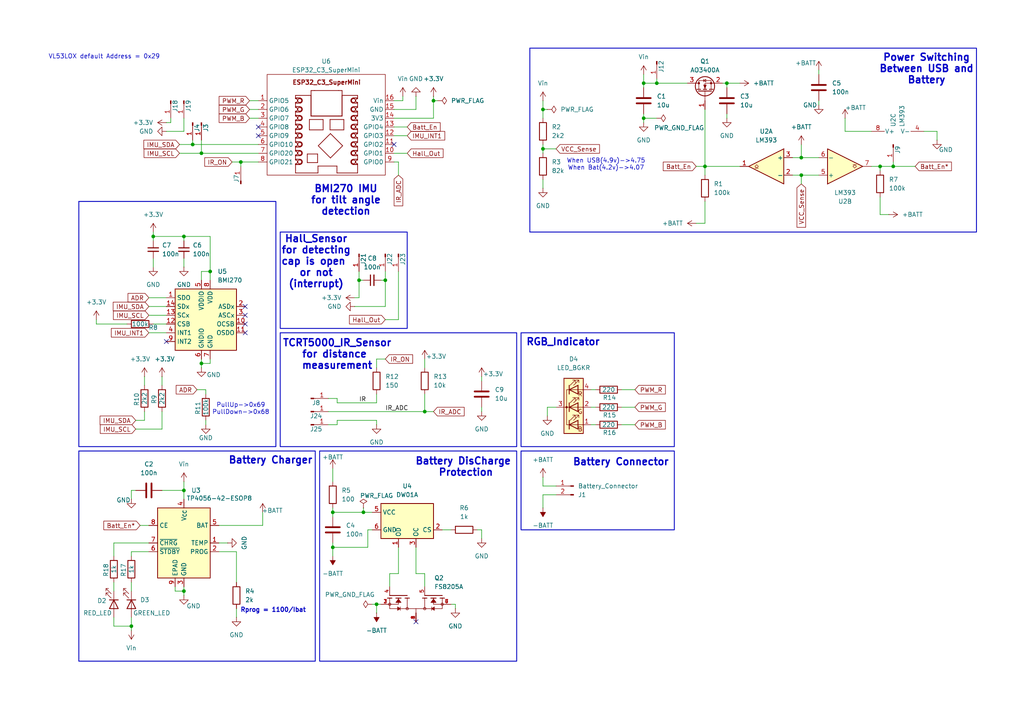
<source format=kicad_sch>
(kicad_sch (version 20250114) (generator "eeschema") (generator_version "9.0")
  (paper "A4")
  (rectangle (start 151.13 130.81) (end 195.58 153.67) (stroke (width 0.254)))
  (rectangle (start 81.28 67.31) (end 118.11 95.25) (stroke (width 0.254)))
  (rectangle (start 153.67 13.97) (end 283.21 67.31) (stroke (width 0.254)))
  (rectangle (start 151.13 96.52) (end 195.58 129.54) (stroke (width 0.254)))
  (rectangle (start 22.86 58.42) (end 80.01 129.54) (stroke (width 0.254)))
  (rectangle (start 81.28 96.52) (end 149.86 129.54) (stroke (width 0.254)))
  (rectangle (start 92.71 130.81) (end 149.86 191.77) (stroke (width 0.254)))
  (rectangle (start 22.86 130.81) (end 91.44 191.77) (stroke (width 0.254)))
  (text "BMI270 IMU\nfor tilt angle\ndetection" (at 100.33 58.166 0) (effects (font (size 2.032 2.032) (thickness 0.4064) (bold yes))))
  (text "PullUp->0x69\nPullDown->0x68" (at 69.85 118.618 0) (effects (font (size 1.27 1.27))))
  (text "Power Switching\nBetween USB and\nBattery" (at 268.732 20.066 0) (effects (font (size 2.032 2.032) (thickness 0.4064) (bold yes))))
  (text "Hall_Sensor\nfor detecting\ncap is open \nor not\n(interrupt)" (at 91.694 75.946 0) (effects (font (size 2.032 2.032) (thickness 0.4064) (bold yes))))
  (text "Battery Connector\n" (at 180.086 134.112 0) (effects (font (size 2.032 2.032) (thickness 0.4064) (bold yes))))
  (text "When USB(4.9v)->4.75\nWhen Bat(4.2v)->4.07" (at 175.768 47.752 0) (effects (font (size 1.27 1.27))))
  (text "Battery DisCharge \nProtection\n\n" (at 135.128 137.16 0) (effects (font (size 2.032 2.032) (thickness 0.4064) (bold yes))))
  (text "Rprog = 1100/Ibat" (at 79.248 177.038 0) (effects (font (size 1.27 1.27) (thickness 0.254) (bold yes))))
  (text "Battery Charger\n" (at 78.486 133.604 0) (effects (font (size 2.032 2.032) (thickness 0.4064) (bold yes))))
  (text "VL53LOX default Address = 0x29" (at 30.226 16.51 0) (effects (font (size 1.27 1.27))))
  (text "TCRT5000_IR_Sensor\nfor distance \nmeasurement\n" (at 97.79 102.87 0) (effects (font (size 2.032 2.032) (thickness 0.4064) (bold yes))))
  (text "RGB_Indicator" (at 163.322 99.314 0) (effects (font (size 2.032 2.032) (thickness 0.4064) (bold yes))))
  (junction (at 157.48 31.75))
  (junction (at 186.69 24.13))
  (junction (at 38.1 181.61))
  (junction (at 157.48 43.18))
  (junction (at 96.52 158.75))
  (junction (at 204.47 48.26))
  (junction (at 58.42 105.41))
  (junction (at 190.5 24.13))
  (junction (at 109.22 175.26))
  (junction (at 210.82 24.13))
  (junction (at 53.34 142.24))
  (junction (at 96.52 148.59))
  (junction (at 58.42 44.45))
  (junction (at 105.41 148.59))
  (junction (at 125.73 29.21))
  (junction (at 60.96 78.74))
  (junction (at 44.45 68.58))
  (junction (at 186.69 34.29))
  (junction (at 255.27 48.26))
  (junction (at 232.41 50.8))
  (junction (at 69.85 46.99))
  (junction (at 53.34 68.58))
  (junction (at 123.19 119.38))
  (junction (at 259.08 48.26))
  (junction (at 111.76 81.28))
  (junction (at 232.41 45.72))
  (junction (at 104.14 81.28))
  (junction (at 55.88 41.91))
  (junction (at 53.34 171.45))
  (no_connect (at 120.65 180.34))
  (no_connect (at 74.93 39.37))
  (no_connect (at 71.12 96.52))
  (no_connect (at 74.93 36.83))
  (no_connect (at 71.12 93.98))
  (no_connect (at 114.3 41.91))
  (no_connect (at 71.12 91.44))
  (no_connect (at 71.12 88.9))
  (no_connect (at 48.26 99.06))
  (wire (pts (xy 171.45 123.19) (xy 172.72 123.19)))
  (wire (pts (xy 55.88 41.91) (xy 74.93 41.91)))
  (wire (pts (xy 180.34 113.03) (xy 184.15 113.03)))
  (wire (pts (xy 96.52 147.32) (xy 96.52 148.59)))
  (wire (pts (xy 97.79 116.84) (xy 97.79 115.57)))
  (wire (pts (xy 49.53 34.29) (xy 49.53 35.56)))
  (wire (pts (xy 204.47 58.42) (xy 204.47 64.77)))
  (wire (pts (xy 68.58 160.02) (xy 68.58 168.91)))
  (wire (pts (xy 157.48 41.91) (xy 157.48 43.18)))
  (wire (pts (xy 59.69 121.92) (xy 59.69 123.19)))
  (wire (pts (xy 171.45 118.11) (xy 172.72 118.11)))
  (wire (pts (xy 53.34 69.85) (xy 53.34 68.58)))
  (wire (pts (xy 138.43 153.67) (xy 139.7 153.67)))
  (wire (pts (xy 210.82 24.13) (xy 210.82 25.4)))
  (wire (pts (xy 158.75 118.11) (xy 161.29 118.11)))
  (wire (pts (xy 58.42 40.64) (xy 58.42 44.45)))
  (wire (pts (xy 111.76 78.74) (xy 111.76 81.28)))
  (wire (pts (xy 114.3 46.99) (xy 115.57 46.99)))
  (wire (pts (xy 38.1 181.61) (xy 38.1 182.88)))
  (wire (pts (xy 63.5 157.48) (xy 66.04 157.48)))
  (wire (pts (xy 39.37 142.24) (xy 38.1 142.24)))
  (wire (pts (xy 157.48 138.43) (xy 157.48 140.97)))
  (wire (pts (xy 123.19 119.38) (xy 125.73 119.38)))
  (wire (pts (xy 63.5 152.4) (xy 76.2 152.4)))
  (wire (pts (xy 114.3 31.75) (xy 120.65 31.75)))
  (wire (pts (xy 114.3 39.37) (xy 118.11 39.37)))
  (wire (pts (xy 125.73 29.21) (xy 125.73 34.29)))
  (wire (pts (xy 157.48 52.07) (xy 157.48 54.61)))
  (wire (pts (xy 53.34 170.18) (xy 53.34 171.45)))
  (wire (pts (xy 106.68 158.75) (xy 96.52 158.75)))
  (wire (pts (xy 52.07 44.45) (xy 58.42 44.45)))
  (wire (pts (xy 50.8 170.18) (xy 50.8 171.45)))
  (wire (pts (xy 157.48 29.21) (xy 157.48 31.75)))
  (wire (pts (xy 115.57 46.99) (xy 115.57 50.8)))
  (wire (pts (xy 53.34 142.24) (xy 53.34 144.78)))
  (wire (pts (xy 69.85 46.99) (xy 74.93 46.99)))
  (wire (pts (xy 123.19 166.37) (xy 123.19 170.18)))
  (wire (pts (xy 44.45 74.93) (xy 44.45 77.47)))
  (wire (pts (xy 128.27 153.67) (xy 130.81 153.67)))
  (wire (pts (xy 33.02 157.48) (xy 43.18 157.48)))
  (wire (pts (xy 204.47 48.26) (xy 214.63 48.26)))
  (wire (pts (xy 110.49 81.28) (xy 111.76 81.28)))
  (wire (pts (xy 180.34 123.19) (xy 184.15 123.19)))
  (wire (pts (xy 210.82 33.02) (xy 210.82 34.29)))
  (wire (pts (xy 255.27 48.26) (xy 259.08 48.26)))
  (wire (pts (xy 58.42 44.45) (xy 74.93 44.45)))
  (wire (pts (xy 259.08 46.99) (xy 259.08 48.26)))
  (wire (pts (xy 33.02 157.48) (xy 33.02 161.29)))
  (wire (pts (xy 157.48 43.18) (xy 161.29 43.18)))
  (wire (pts (xy 43.18 86.36) (xy 48.26 86.36)))
  (wire (pts (xy 232.41 45.72) (xy 237.49 45.72)))
  (wire (pts (xy 53.34 139.7) (xy 53.34 142.24)))
  (wire (pts (xy 120.65 166.37) (xy 123.19 166.37)))
  (wire (pts (xy 67.31 46.99) (xy 69.85 46.99)))
  (wire (pts (xy 186.69 34.29) (xy 190.5 34.29)))
  (wire (pts (xy 201.93 48.26) (xy 204.47 48.26)))
  (wire (pts (xy 27.94 93.98) (xy 36.83 93.98)))
  (wire (pts (xy 72.39 31.75) (xy 74.93 31.75)))
  (wire (pts (xy 68.58 176.53) (xy 68.58 179.07)))
  (wire (pts (xy 33.02 181.61) (xy 38.1 181.61)))
  (wire (pts (xy 157.48 43.18) (xy 157.48 44.45)))
  (wire (pts (xy 41.91 121.92) (xy 39.37 121.92)))
  (wire (pts (xy 44.45 68.58) (xy 44.45 69.85)))
  (wire (pts (xy 58.42 78.74) (xy 60.96 78.74)))
  (wire (pts (xy 38.1 160.02) (xy 43.18 160.02)))
  (wire (pts (xy 33.02 179.07) (xy 33.02 181.61)))
  (wire (pts (xy 132.08 175.26) (xy 132.08 176.53)))
  (wire (pts (xy 186.69 24.13) (xy 186.69 25.4)))
  (wire (pts (xy 43.18 88.9) (xy 48.26 88.9)))
  (wire (pts (xy 245.11 34.29) (xy 245.11 38.1)))
  (wire (pts (xy 180.34 118.11) (xy 184.15 118.11)))
  (wire (pts (xy 50.8 171.45) (xy 53.34 171.45)))
  (wire (pts (xy 96.52 149.86) (xy 96.52 148.59)))
  (wire (pts (xy 139.7 118.11) (xy 139.7 119.38)))
  (wire (pts (xy 125.73 27.94) (xy 125.73 29.21)))
  (wire (pts (xy 123.19 119.38) (xy 123.19 114.3)))
  (wire (pts (xy 158.75 118.11) (xy 158.75 120.65)))
  (wire (pts (xy 114.3 36.83) (xy 118.11 36.83)))
  (wire (pts (xy 38.1 160.02) (xy 38.1 161.29)))
  (wire (pts (xy 40.64 152.4) (xy 43.18 152.4)))
  (wire (pts (xy 232.41 50.8) (xy 232.41 53.34)))
  (wire (pts (xy 204.47 50.8) (xy 204.47 48.26)))
  (wire (pts (xy 96.52 135.89) (xy 96.52 139.7)))
  (wire (pts (xy 190.5 24.13) (xy 199.39 24.13)))
  (wire (pts (xy 76.2 152.4) (xy 76.2 148.59)))
  (wire (pts (xy 115.57 158.75) (xy 115.57 166.37)))
  (wire (pts (xy 46.99 109.22) (xy 46.99 111.76)))
  (wire (pts (xy 44.45 93.98) (xy 48.26 93.98)))
  (wire (pts (xy 252.73 48.26) (xy 255.27 48.26)))
  (wire (pts (xy 245.11 38.1) (xy 252.73 38.1)))
  (wire (pts (xy 43.18 91.44) (xy 48.26 91.44)))
  (wire (pts (xy 52.07 41.91) (xy 55.88 41.91)))
  (wire (pts (xy 109.22 114.3) (xy 109.22 116.84)))
  (wire (pts (xy 96.52 148.59) (xy 105.41 148.59)))
  (wire (pts (xy 232.41 45.72) (xy 229.87 45.72)))
  (wire (pts (xy 111.76 92.71) (xy 115.57 92.71)))
  (wire (pts (xy 53.34 34.29) (xy 53.34 38.1)))
  (wire (pts (xy 255.27 62.23) (xy 257.81 62.23)))
  (wire (pts (xy 53.34 74.93) (xy 53.34 77.47)))
  (wire (pts (xy 58.42 104.14) (xy 58.42 105.41)))
  (wire (pts (xy 105.41 148.59) (xy 107.95 148.59)))
  (wire (pts (xy 106.68 153.67) (xy 107.95 153.67)))
  (wire (pts (xy 106.68 153.67) (xy 106.68 158.75)))
  (wire (pts (xy 109.22 104.14) (xy 109.22 106.68)))
  (wire (pts (xy 267.97 38.1) (xy 271.78 38.1)))
  (wire (pts (xy 60.96 104.14) (xy 60.96 105.41)))
  (wire (pts (xy 157.48 143.51) (xy 161.29 143.51)))
  (wire (pts (xy 111.76 81.28) (xy 111.76 88.9)))
  (wire (pts (xy 210.82 24.13) (xy 214.63 24.13)))
  (wire (pts (xy 55.88 40.64) (xy 55.88 41.91)))
  (wire (pts (xy 190.5 22.86) (xy 190.5 24.13)))
  (wire (pts (xy 104.14 86.36) (xy 102.87 86.36)))
  (wire (pts (xy 38.1 142.24) (xy 38.1 144.78)))
  (wire (pts (xy 237.49 29.21) (xy 237.49 30.48)))
  (wire (pts (xy 53.34 68.58) (xy 44.45 68.58)))
  (wire (pts (xy 139.7 109.22) (xy 139.7 110.49)))
  (wire (pts (xy 120.65 31.75) (xy 120.65 27.94)))
  (wire (pts (xy 105.41 147.32) (xy 105.41 148.59)))
  (wire (pts (xy 46.99 124.46) (xy 39.37 124.46)))
  (wire (pts (xy 104.14 78.74) (xy 104.14 81.28)))
  (wire (pts (xy 97.79 116.84) (xy 109.22 116.84)))
  (wire (pts (xy 204.47 48.26) (xy 204.47 31.75)))
  (wire (pts (xy 38.1 179.07) (xy 38.1 181.61)))
  (wire (pts (xy 53.34 171.45) (xy 53.34 172.72)))
  (wire (pts (xy 59.69 113.03) (xy 57.15 113.03)))
  (wire (pts (xy 157.48 31.75) (xy 158.75 31.75)))
  (wire (pts (xy 186.69 34.29) (xy 186.69 35.56)))
  (wire (pts (xy 104.14 81.28) (xy 105.41 81.28)))
  (wire (pts (xy 72.39 34.29) (xy 74.93 34.29)))
  (wire (pts (xy 109.22 121.92) (xy 109.22 123.19)))
  (wire (pts (xy 139.7 153.67) (xy 139.7 156.21)))
  (wire (pts (xy 157.48 143.51) (xy 157.48 147.32)))
  (wire (pts (xy 120.65 158.75) (xy 120.65 166.37)))
  (wire (pts (xy 229.87 50.8) (xy 232.41 50.8)))
  (wire (pts (xy 186.69 33.02) (xy 186.69 34.29)))
  (wire (pts (xy 97.79 121.92) (xy 109.22 121.92)))
  (wire (pts (xy 171.45 113.03) (xy 172.72 113.03)))
  (wire (pts (xy 44.45 67.31) (xy 44.45 68.58)))
  (wire (pts (xy 113.03 166.37) (xy 113.03 170.18)))
  (wire (pts (xy 232.41 50.8) (xy 237.49 50.8)))
  (wire (pts (xy 60.96 105.41) (xy 58.42 105.41)))
  (wire (pts (xy 111.76 104.14) (xy 109.22 104.14)))
  (wire (pts (xy 115.57 166.37) (xy 113.03 166.37)))
  (wire (pts (xy 259.08 48.26) (xy 265.43 48.26)))
  (wire (pts (xy 157.48 31.75) (xy 157.48 34.29)))
  (wire (pts (xy 95.25 123.19) (xy 97.79 123.19)))
  (wire (pts (xy 186.69 21.59) (xy 186.69 24.13)))
  (wire (pts (xy 60.96 68.58) (xy 53.34 68.58)))
  (wire (pts (xy 107.95 175.26) (xy 109.22 175.26)))
  (wire (pts (xy 209.55 24.13) (xy 210.82 24.13)))
  (wire (pts (xy 33.02 168.91) (xy 33.02 171.45)))
  (wire (pts (xy 69.85 48.26) (xy 69.85 46.99)))
  (wire (pts (xy 271.78 40.64) (xy 271.78 38.1)))
  (wire (pts (xy 186.69 24.13) (xy 190.5 24.13)))
  (wire (pts (xy 116.84 29.21) (xy 116.84 27.94)))
  (wire (pts (xy 104.14 81.28) (xy 104.14 86.36)))
  (wire (pts (xy 41.91 119.38) (xy 41.91 121.92)))
  (wire (pts (xy 232.41 41.91) (xy 232.41 45.72)))
  (wire (pts (xy 237.49 20.32) (xy 237.49 21.59)))
  (wire (pts (xy 46.99 119.38) (xy 46.99 124.46)))
  (wire (pts (xy 60.96 78.74) (xy 60.96 81.28)))
  (wire (pts (xy 43.18 96.52) (xy 48.26 96.52)))
  (wire (pts (xy 201.93 64.77) (xy 204.47 64.77)))
  (wire (pts (xy 255.27 48.26) (xy 255.27 49.53)))
  (wire (pts (xy 53.34 38.1) (xy 48.26 38.1)))
  (wire (pts (xy 114.3 29.21) (xy 116.84 29.21)))
  (wire (pts (xy 95.25 119.38) (xy 123.19 119.38)))
  (wire (pts (xy 63.5 160.02) (xy 68.58 160.02)))
  (wire (pts (xy 60.96 68.58) (xy 60.96 78.74)))
  (wire (pts (xy 114.3 34.29) (xy 125.73 34.29)))
  (wire (pts (xy 41.91 109.22) (xy 41.91 111.76)))
  (wire (pts (xy 38.1 168.91) (xy 38.1 171.45)))
  (wire (pts (xy 109.22 177.8) (xy 109.22 175.26)))
  (wire (pts (xy 27.94 92.71) (xy 27.94 93.98)))
  (wire (pts (xy 130.81 175.26) (xy 132.08 175.26)))
  (wire (pts (xy 58.42 81.28) (xy 58.42 78.74)))
  (wire (pts (xy 115.57 78.74) (xy 115.57 92.71)))
  (wire (pts (xy 58.42 105.41) (xy 58.42 106.68)))
  (wire (pts (xy 72.39 29.21) (xy 74.93 29.21)))
  (wire (pts (xy 95.25 115.57) (xy 97.79 115.57)))
  (wire (pts (xy 97.79 121.92) (xy 97.79 123.19)))
  (wire (pts (xy 96.52 157.48) (xy 96.52 158.75)))
  (wire (pts (xy 49.53 35.56) (xy 48.26 35.56)))
  (wire (pts (xy 255.27 57.15) (xy 255.27 62.23)))
  (wire (pts (xy 46.99 142.24) (xy 53.34 142.24)))
  (wire (pts (xy 125.73 29.21) (xy 127 29.21)))
  (wire (pts (xy 157.48 140.97) (xy 161.29 140.97)))
  (wire (pts (xy 111.76 88.9) (xy 102.87 88.9)))
  (wire (pts (xy 109.22 175.26) (xy 110.49 175.26)))
  (wire (pts (xy 123.19 104.14) (xy 123.19 106.68)))
  (wire (pts (xy 59.69 114.3) (xy 59.69 113.03)))
  (wire (pts (xy 114.3 44.45) (xy 118.11 44.45)))
  (wire (pts (xy 96.52 158.75) (xy 96.52 161.29)))
  (label "IR" (at 104.14 116.84 0))
  (label "IR_ADC" (at 111.76 119.38 0))
  (global_label "PWM_G" (shape input) (at 72.39 31.75 180) (property "Intersheetrefs" "${INTERSHEET_REFS}" (effects (hide yes))))
  (global_label "Hall_Out" (shape input) (at 118.11 44.45 0) (property "Intersheetrefs" "${INTERSHEET_REFS}" (effects (hide yes))))
  (global_label "PWM_B" (shape input) (at 72.39 34.29 180) (property "Intersheetrefs" "${INTERSHEET_REFS}" (effects (hide yes))))
  (global_label "ADR" (shape input) (at 57.15 113.03 180) (property "Intersheetrefs" "${INTERSHEET_REFS}" (effects (hide yes))))
  (global_label "PWM_B" (shape input) (at 184.15 123.19 0) (property "Intersheetrefs" "${INTERSHEET_REFS}" (effects (hide yes))))
  (global_label "IR_ON" (shape input) (at 67.31 46.99 180) (property "Intersheetrefs" "${INTERSHEET_REFS}" (effects (hide yes))))
  (global_label "VCC_Sense" (shape input) (at 161.29 43.18 0) (property "Intersheetrefs" "${INTERSHEET_REFS}" (effects (hide yes))))
  (global_label "Hall_Out" (shape input) (at 111.76 92.71 180) (property "Intersheetrefs" "${INTERSHEET_REFS}" (effects (hide yes))))
  (global_label "IMU_SCL" (shape input) (at 43.18 91.44 180) (property "Intersheetrefs" "${INTERSHEET_REFS}" (effects (hide yes))))
  (global_label "IR_ON" (shape input) (at 111.76 104.14 0) (property "Intersheetrefs" "${INTERSHEET_REFS}" (effects (hide yes))))
  (global_label "IR_ADC" (shape input) (at 125.73 119.38 0) (property "Intersheetrefs" "${INTERSHEET_REFS}" (effects (hide yes))))
  (global_label "PWM_R" (shape input) (at 72.39 29.21 180) (property "Intersheetrefs" "${INTERSHEET_REFS}" (effects (hide yes))))
  (global_label "Batt_En" (shape input) (at 118.11 36.83 0) (property "Intersheetrefs" "${INTERSHEET_REFS}" (effects (hide yes))))
  (global_label "IMU_INT1" (shape input) (at 43.18 96.52 180) (property "Intersheetrefs" "${INTERSHEET_REFS}" (effects (hide yes))))
  (global_label "Batt_En" (shape input) (at 201.93 48.26 180) (property "Intersheetrefs" "${INTERSHEET_REFS}" (effects (hide yes))))
  (global_label "PWM_R" (shape input) (at 184.15 113.03 0) (property "Intersheetrefs" "${INTERSHEET_REFS}" (effects (hide yes))))
  (global_label "IMU_SCL" (shape input) (at 39.37 124.46 180) (property "Intersheetrefs" "${INTERSHEET_REFS}" (effects (hide yes))))
  (global_label "IMU_SDA" (shape input) (at 39.37 121.92 180) (property "Intersheetrefs" "${INTERSHEET_REFS}" (effects (hide yes))))
  (global_label "ADR" (shape input) (at 43.18 86.36 180) (property "Intersheetrefs" "${INTERSHEET_REFS}" (effects (hide yes))))
  (global_label "IMU_INT1" (shape input) (at 118.11 39.37 0) (property "Intersheetrefs" "${INTERSHEET_REFS}" (effects (hide yes))))
  (global_label "IMU_SDA" (shape input) (at 52.07 41.91 180) (property "Intersheetrefs" "${INTERSHEET_REFS}" (effects (hide yes))))
  (global_label "IR_ADC" (shape input) (at 115.57 50.8 270) (property "Intersheetrefs" "${INTERSHEET_REFS}" (effects (hide yes))))
  (global_label "Batt_En*" (shape input) (at 40.64 152.4 180) (property "Intersheetrefs" "${INTERSHEET_REFS}" (effects (hide yes))))
  (global_label "PWM_G" (shape input) (at 184.15 118.11 0) (property "Intersheetrefs" "${INTERSHEET_REFS}" (effects (hide yes))))
  (global_label "IMU_SCL" (shape input) (at 52.07 44.45 180) (property "Intersheetrefs" "${INTERSHEET_REFS}" (effects (hide yes))))
  (global_label "IMU_SDA" (shape input) (at 43.18 88.9 180) (property "Intersheetrefs" "${INTERSHEET_REFS}" (effects (hide yes))))
  (global_label "Batt_En*" (shape input) (at 265.43 48.26 0) (property "Intersheetrefs" "${INTERSHEET_REFS}" (effects (hide yes))))
  (global_label "VCC_Sense" (shape input) (at 232.41 53.34 270) (property "Intersheetrefs" "${INTERSHEET_REFS}" (effects (hide yes))))
  (symbol (lib_id "Connector:Conn_01x01_Pin") (at 115.57 73.66 270) (unit 1)
    (property "Reference" "J23" (at 116.84 75.184 0))
    (property "Value" "Conn_01x01_Pin" (effects (hide yes)))
    (property "Footprint" "TestPoint:TestPoint_Pad_D1.5mm" (effects (hide yes)))
    (property "Description" "Generic connector, single row, 01x01, script generated" (effects (hide yes)))
  )
  (symbol (lib_id "Device:C") (at 96.52 153.67 180) (unit 1)
    (property "Reference" "C4" (at 100.33 152.3999 0) (effects (justify right)))
    (property "Value" "100n" (at 100.33 154.9399 0) (effects (justify right)))
    (property "Footprint" "Capacitor_SMD:C_0603_1608Metric" (effects (hide yes)))
    (property "Description" "Unpolarized capacitor" (effects (hide yes)))
  )
  (symbol (lib_id "Device:R") (at 134.62 153.67 90) (unit 1)
    (property "Reference" "R6" (at 134.62 147.32 90))
    (property "Value" "1k" (at 134.62 149.86 90))
    (property "Footprint" "Resistor_SMD:R_0402_1005Metric" (effects (hide yes)))
    (property "Description" "Resistor" (effects (hide yes)))
  )
  (symbol (lib_id "Transistor_FET:AO3400A") (at 204.47 26.67 90) (unit 1)
    (property "Reference" "Q1" (at 204.47 17.78 90))
    (property "Value" "AO3400A" (at 204.47 20.32 90))
    (property "Footprint" "Package_TO_SOT_SMD:SOT-23" (effects (hide yes)))
    (property "Datasheet" "http://www.aosmd.com/pdfs/datasheet/AO3400A.pdf" (effects (hide yes)))
    (property "Description" "30V Vds, 5.7A Id, N-Channel MOSFET, SOT-23" (effects (hide yes)))
  )
  (symbol (lib_id "power:+3.3V") (at 46.99 109.22 0) (unit 1)
    (property "Reference" "#PWR034" (effects (hide yes)))
    (property "Value" "+3.3V" (at 47.752 104.14 0))
    (property "Description" "Power symbol creates a global label with name \"+3.3V\"" (effects (hide yes)))
  )
  (symbol (lib_id "power:VCC") (at 53.34 139.7 0) (unit 1)
    (property "Reference" "#PWR05" (effects (hide yes)))
    (property "Value" "Vin" (at 53.34 134.62 0))
    (property "Description" "Power symbol creates a global label with name \"VCC\"" (effects (hide yes)))
  )
  (symbol (lib_id "Device:R") (at 157.48 38.1 0) (unit 1)
    (property "Reference" "R2" (at 160.02 36.8299 0) (effects (justify left)))
    (property "Value" "2k2" (at 160.02 39.3699 0) (effects (justify left)))
    (property "Footprint" "Resistor_SMD:R_0603_1608Metric" (effects (hide yes)))
    (property "Description" "Resistor" (effects (hide yes)))
  )
  (symbol (lib_id "Battery_Management:DW01A") (at 118.11 151.13 0) (unit 1)
    (property "Reference" "U4" (at 118.11 140.97 0))
    (property "Value" "DW01A" (at 118.11 143.51 0))
    (property "Footprint" "Package_TO_SOT_SMD:SOT-23-6" (effects (hide yes)))
    (property "Datasheet" "https://hmsemi.com/downfile/DW01A.PDF" (effects (hide yes)))
    (property "Description" "Overcharge, overcurrent and overdischarge protection IC for single cell lithium-ion/polymer battery" (effects (hide yes)))
  )
  (symbol (lib_id "power:PWR_FLAG") (at 105.41 147.32 0) (unit 1)
    (property "Reference" "#FLG03" (effects (hide yes)))
    (property "Value" "PWR_FLAG" (at 109.22 143.764 0))
    (property "Description" "Special symbol for telling ERC where power comes from" (effects (hide yes)))
  )
  (symbol (lib_id "power:+BATT") (at 257.81 62.23 270) (unit 1)
    (property "Reference" "#PWR046" (effects (hide yes)))
    (property "Value" "+BATT" (at 261.62 62.2299 90) (effects (justify left)))
    (property "Description" "Power symbol creates a global label with name \"+BATT\"" (effects (hide yes)))
  )
  (symbol (lib_id "power:PWR_FLAG") (at 190.5 34.29 270) (unit 1)
    (property "Reference" "#FLG04" (effects (hide yes)))
    (property "Value" "PWR_GND_FLAG" (at 189.738 37.084 90) (effects (justify left)))
    (property "Description" "Special symbol for telling ERC where power comes from" (effects (hide yes)))
  )
  (symbol (lib_id "power:GND") (at 139.7 119.38 0) (unit 1)
    (property "Reference" "#PWR048" (effects (hide yes)))
    (property "Value" "GND" (at 139.7 124.46 0))
    (property "Description" "Power symbol creates a global label with name \"GND\" , ground" (effects (hide yes)))
  )
  (symbol (lib_id "Device:R") (at 123.19 110.49 0) (unit 1)
    (property "Reference" "R13" (at 125.73 109.2199 0) (effects (justify left)))
    (property "Value" "10k" (at 125.73 111.7599 0) (effects (justify left)))
    (property "Footprint" "Resistor_SMD:R_0603_1608Metric" (effects (hide yes)))
    (property "Description" "Resistor" (effects (hide yes)))
  )
  (symbol (lib_id "Device:C") (at 43.18 142.24 90) (unit 1)
    (property "Reference" "C2" (at 43.18 134.62 90))
    (property "Value" "100n" (at 43.18 137.16 90))
    (property "Footprint" "Capacitor_SMD:C_0603_1608Metric" (effects (hide yes)))
    (property "Description" "Unpolarized capacitor" (effects (hide yes)))
  )
  (symbol (lib_id "Device:C_Small") (at 53.34 72.39 0) (unit 1)
    (property "Reference" "C6" (at 55.88 71.1262 0) (effects (justify left)))
    (property "Value" "100n" (at 55.88 73.6662 0) (effects (justify left)))
    (property "Footprint" "Capacitor_SMD:C_0603_1608Metric" (effects (hide yes)))
    (property "Description" "Unpolarized capacitor, small symbol" (effects (hide yes)))
  )
  (symbol (lib_id "Connector:Conn_01x01_Pin") (at 111.76 73.66 270) (unit 1)
    (property "Reference" "J22" (at 113.03 75.184 0))
    (property "Value" "Conn_01x01_Pin" (effects (hide yes)))
    (property "Footprint" "TestPoint:TestPoint_Pad_D1.5mm" (effects (hide yes)))
    (property "Description" "Generic connector, single row, 01x01, script generated" (effects (hide yes)))
  )
  (symbol (lib_id "Device:R") (at 157.48 48.26 0) (unit 1)
    (property "Reference" "R3" (at 160.02 46.9899 0) (effects (justify left)))
    (property "Value" "82k" (at 160.02 49.5299 0) (effects (justify left)))
    (property "Footprint" "Resistor_SMD:R_0603_1608Metric" (effects (hide yes)))
    (property "Description" "Resistor" (effects (hide yes)))
  )
  (symbol (lib_id "Device:R") (at 68.58 172.72 0) (unit 1)
    (property "Reference" "R4" (at 71.12 171.4499 0) (effects (justify left)))
    (property "Value" "2k" (at 71.12 173.9899 0) (effects (justify left)))
    (property "Footprint" "Resistor_SMD:R_0402_1005Metric" (effects (hide yes)))
    (property "Description" "Resistor" (effects (hide yes)))
  )
  (symbol (lib_id "Battery_Management:TP4056-42-ESOP8") (at 53.34 157.48 0) (unit 1)
    (property "Reference" "U3" (at 55.4833 142.24 0) (effects (justify left)))
    (property "Value" "TP4056-42-ESOP8" (at 54.102 144.526 0) (effects (justify left)))
    (property "Footprint" "Package_SO:SOIC-8-1EP_3.9x4.9mm_P1.27mm_EP2.41x3.3mm" (effects (hide yes)))
    (property "Datasheet" "https://www.lcsc.com/datasheet/lcsc_datasheet_2410121619_TOPPOWER-Nanjing-Extension-Microelectronics-TP4056-42-ESOP8_C16581.pdf" (effects (hide yes)))
    (property "Description" "1A Standalone Linear Li-ion/LiPo single-cell battery charger, 4.2V ±1% charge voltage, VCC = 4.0..8.0V, SOIC-8 (SOP-8)" (effects (hide yes)))
  )
  (symbol (lib_id "Device:LED") (at 38.1 175.26 270) (unit 1)
    (property "Reference" "D3" (at 40.64 173.99 90) (effects (justify left)))
    (property "Value" "GREEN_LED" (at 38.608 177.8 90) (effects (justify left)))
    (property "Footprint" "LED_SMD:LED_0805_2012Metric" (effects (hide yes)))
    (property "Description" "Light emitting diode" (effects (hide yes)))
    (property "Sim.Pins" "1=K 2=A" (effects (hide yes)))
  )
  (symbol (lib_id "power:-BATT") (at 109.22 177.8 180) (unit 1)
    (property "Reference" "#PWR019" (effects (hide yes)))
    (property "Value" "-BATT" (at 109.22 182.88 0))
    (property "Description" "Power symbol creates a global label with name \"-BATT\"" (effects (hide yes)))
  )
  (symbol (lib_id "power:GND") (at 44.45 77.47 0) (unit 1)
    (property "Reference" "#PWR027" (effects (hide yes)))
    (property "Value" "GND" (at 44.45 82.55 0))
    (property "Description" "Power symbol creates a global label with name \"GND\" , ground" (effects (hide yes)))
  )
  (symbol (lib_id "Connector:Conn_01x01_Pin") (at 104.14 73.66 270) (unit 1)
    (property "Reference" "J21" (at 105.41 75.184 0))
    (property "Value" "Conn_01x01_Pin" (effects (hide yes)))
    (property "Footprint" "TestPoint:TestPoint_Pad_1.5x1.5mm" (effects (hide yes)))
    (property "Description" "Generic connector, single row, 01x01, script generated" (effects (hide yes)))
  )
  (symbol (lib_id "Device:C_Small") (at 107.95 81.28 90) (unit 1)
    (property "Reference" "C8" (at 107.9563 74.93 90))
    (property "Value" "100n" (at 107.9563 77.47 90))
    (property "Footprint" "Capacitor_SMD:C_0603_1608Metric" (effects (hide yes)))
    (property "Description" "Unpolarized capacitor, small symbol" (effects (hide yes)))
  )
  (symbol (lib_id "Connector:Conn_01x01_Pin") (at 58.42 35.56 270) (unit 1)
    (property "Reference" "J3" (at 59.69 37.084 0))
    (property "Value" "Conn_01x01_Pin" (effects (hide yes)))
    (property "Footprint" "TestPoint:TestPoint_Pad_D1.5mm" (effects (hide yes)))
    (property "Description" "Generic connector, single row, 01x01, script generated" (effects (hide yes)))
  )
  (symbol (lib_id "power:+BATT") (at 245.11 34.29 0) (unit 1)
    (property "Reference" "#PWR044" (effects (hide yes)))
    (property "Value" "+BATT" (at 248.158 31.242 0))
    (property "Description" "Power symbol creates a global label with name \"+BATT\"" (effects (hide yes)))
  )
  (symbol (lib_id "power:GND") (at 109.22 123.19 0) (unit 1)
    (property "Reference" "#PWR036" (effects (hide yes)))
    (property "Value" "GND" (at 109.22 128.27 0))
    (property "Description" "Power symbol creates a global label with name \"GND\" , ground" (effects (hide yes)))
  )
  (symbol (lib_id "Device:R") (at 38.1 165.1 180) (unit 1)
    (property "Reference" "R17" (at 35.814 165.354 90))
    (property "Value" "1k" (at 38.1 165.1 90))
    (property "Footprint" "Resistor_SMD:R_0603_1608Metric" (effects (hide yes)))
    (property "Description" "Resistor" (effects (hide yes)))
  )
  (symbol (lib_id "Sensor_Motion:BMI160") (at 60.96 91.44 0) (unit 1)
    (property "Reference" "U5" (at 63.1033 78.74 0) (effects (justify left)))
    (property "Value" "BMI270" (at 63.1033 81.28 0) (effects (justify left)))
    (property "Footprint" "Package_LGA:Bosch_LGA-14_3x2.5mm_P0.5mm" (effects (hide yes)))
    (property "Datasheet" "https://www.bosch-sensortec.com/media/boschsensortec/downloads/datasheets/bst-bmi160-ds000.pdf" (effects (hide yes)))
    (property "Description" "Small, low power inertial measurement unit, LGA-14" (effects (hide yes)))
  )
  (symbol (lib_id "power:+BATT") (at 96.52 135.89 0) (unit 1)
    (property "Reference" "#PWR018" (effects (hide yes)))
    (property "Value" "+BATT" (at 96.52 132.588 0))
    (property "Description" "Power symbol creates a global label with name \"+BATT\"" (effects (hide yes)))
  )
  (symbol (lib_id "Device:R") (at 176.53 113.03 270) (unit 1)
    (property "Reference" "R14" (at 176.784 115.316 90))
    (property "Value" "220" (at 176.53 113.03 90))
    (property "Footprint" "Resistor_SMD:R_0603_1608Metric" (effects (hide yes)))
    (property "Description" "Resistor" (effects (hide yes)))
  )
  (symbol (lib_id "Device:R") (at 176.53 123.19 270) (unit 1)
    (property "Reference" "R16" (at 176.784 125.476 90))
    (property "Value" "220" (at 176.53 123.19 90))
    (property "Footprint" "Resistor_SMD:R_0603_1608Metric" (effects (hide yes)))
    (property "Description" "Resistor" (effects (hide yes)))
  )
  (symbol (lib_id "Device:C_Small") (at 44.45 72.39 0) (unit 1)
    (property "Reference" "C7" (at 46.99 71.1262 0) (effects (justify left)))
    (property "Value" "100n" (at 46.99 73.6662 0) (effects (justify left)))
    (property "Footprint" "Capacitor_SMD:C_0603_1608Metric" (effects (hide yes)))
    (property "Description" "Unpolarized capacitor, small symbol" (effects (hide yes)))
  )
  (symbol (lib_id "Connector:Conn_01x02_Pin") (at 166.37 140.97 0) (mirror y) (unit 1)
    (property "Reference" "J1" (at 167.64 143.5101 0) (effects (justify right)))
    (property "Value" "Battery_Connector" (at 167.64 140.9701 0) (effects (justify right)))
    (property "Footprint" "TestPoint:TestPoint_2Pads_Pitch5.08mm_Drill1.3mm" (effects (hide yes)))
    (property "Description" "Generic connector, single row, 01x02, script generated" (effects (hide yes)))
  )
  (symbol (lib_id "power:GND") (at 210.82 34.29 0) (unit 1)
    (property "Reference" "#PWR017" (effects (hide yes)))
    (property "Value" "GND" (at 210.82 39.37 0))
    (property "Description" "Power symbol creates a global label with name \"GND\" , ground" (effects (hide yes)))
  )
  (symbol (lib_id "power:PWR_FLAG") (at 107.95 175.26 90) (unit 1)
    (property "Reference" "#FLG05" (effects (hide yes)))
    (property "Value" "PWR_GND_FLAG" (at 108.712 172.466 90) (effects (justify left)))
    (property "Description" "Special symbol for telling ERC where power comes from" (effects (hide yes)))
  )
  (symbol (lib_id "power:VCC") (at 186.69 21.59 0) (unit 1)
    (property "Reference" "#PWR06" (effects (hide yes)))
    (property "Value" "Vin" (at 186.69 16.51 0))
    (property "Description" "Power symbol creates a global label with name \"VCC\"" (effects (hide yes)))
  )
  (symbol (lib_id "power:+BATT") (at 232.41 41.91 0) (unit 1)
    (property "Reference" "#PWR040" (effects (hide yes)))
    (property "Value" "+BATT" (at 232.41 36.83 0))
    (property "Description" "Power symbol creates a global label with name \"+BATT\"" (effects (hide yes)))
  )
  (symbol (lib_id "Connector:Conn_01x01_Pin") (at 49.53 29.21 270) (unit 1)
    (property "Reference" "J18" (at 50.8 30.734 0))
    (property "Value" "Conn_01x01_Pin" (effects (hide yes)))
    (property "Footprint" "TestPoint:TestPoint_Pad_1.5x1.5mm" (effects (hide yes)))
    (property "Description" "Generic connector, single row, 01x01, script generated" (effects (hide yes)))
  )
  (symbol (lib_id "power:+3.3V") (at 139.7 109.22 0) (unit 1)
    (property "Reference" "#PWR049" (effects (hide yes)))
    (property "Value" "+3.3V" (at 143.002 108.458 0))
    (property "Description" "Power symbol creates a global label with name \"+3.3V\"" (effects (hide yes)))
  )
  (symbol (lib_id "power:GND") (at 237.49 30.48 0) (unit 1)
    (property "Reference" "#PWR023" (effects (hide yes)))
    (property "Value" "GND" (at 234.95 30.48 0))
    (property "Description" "Power symbol creates a global label with name \"GND\" , ground" (effects (hide yes)))
  )
  (symbol (lib_id "Device:R") (at 33.02 165.1 180) (unit 1)
    (property "Reference" "R18" (at 30.734 165.354 90))
    (property "Value" "1k" (at 33.02 165.1 90))
    (property "Footprint" "Resistor_SMD:R_0603_1608Metric" (effects (hide yes)))
    (property "Description" "Resistor" (effects (hide yes)))
  )
  (symbol (lib_id "power:+3.3V") (at 41.91 109.22 0) (unit 1)
    (property "Reference" "#PWR033" (effects (hide yes)))
    (property "Value" "+3.3V" (at 40.64 104.14 0))
    (property "Description" "Power symbol creates a global label with name \"+3.3V\"" (effects (hide yes)))
  )
  (symbol (lib_id "power:+3.3V") (at 48.26 35.56 90) (unit 1)
    (property "Reference" "#PWR038" (effects (hide yes)))
    (property "Value" "+3.3V" (at 44.45 35.5599 90) (effects (justify left)))
    (property "Description" "Power symbol creates a global label with name \"+3.3V\"" (effects (hide yes)))
  )
  (symbol (lib_id "power:+3.3V") (at 44.45 67.31 0) (unit 1)
    (property "Reference" "#PWR029" (effects (hide yes)))
    (property "Value" "+3.3V" (at 44.45 62.23 0))
    (property "Description" "Power symbol creates a global label with name \"+3.3V\"" (effects (hide yes)))
  )
  (symbol (lib_id "power:VCC") (at 157.48 29.21 0) (unit 1)
    (property "Reference" "#PWR03" (effects (hide yes)))
    (property "Value" "Vin" (at 157.48 24.13 0))
    (property "Description" "Power symbol creates a global label with name \"VCC\"" (effects (hide yes)))
  )
  (symbol (lib_id "Device:R") (at 46.99 115.57 180) (unit 1)
    (property "Reference" "R9" (at 44.704 115.824 90))
    (property "Value" "2k2" (at 46.99 115.57 90))
    (property "Footprint" "Resistor_SMD:R_0402_1005Metric" (effects (hide yes)))
    (property "Description" "Resistor" (effects (hide yes)))
  )
  (symbol (lib_id "Device:R") (at 59.69 118.11 180) (unit 1)
    (property "Reference" "R11" (at 57.404 118.364 90))
    (property "Value" "100k" (at 59.69 118.11 90))
    (property "Footprint" "Resistor_SMD:R_0402_1005Metric" (effects (hide yes)))
    (property "Description" "Resistor" (effects (hide yes)))
  )
  (symbol (lib_id "Device:R") (at 255.27 53.34 0) (unit 1)
    (property "Reference" "R7" (at 257.81 52.0699 0) (effects (justify left)))
    (property "Value" "100k" (at 257.81 54.6099 0) (effects (justify left)))
    (property "Footprint" "Resistor_SMD:R_0402_1005Metric" (effects (hide yes)))
    (property "Description" "Resistor" (effects (hide yes)))
  )
  (symbol (lib_id "power:+3.3V") (at 27.94 92.71 0) (unit 1)
    (property "Reference" "#PWR032" (effects (hide yes)))
    (property "Value" "+3.3V" (at 27.94 87.63 0))
    (property "Description" "Power symbol creates a global label with name \"+3.3V\"" (effects (hide yes)))
  )
  (symbol (lib_id "power:+3.3V") (at 125.73 27.94 0) (unit 1)
    (property "Reference" "#PWR08" (effects (hide yes)))
    (property "Value" "+3.3V" (at 125.73 22.86 0))
    (property "Description" "Power symbol creates a global label with name \"+3.3V\"" (effects (hide yes)))
  )
  (symbol (lib_id "power:VCC") (at 38.1 182.88 180) (unit 1)
    (property "Reference" "#PWR025" (effects (hide yes)))
    (property "Value" "Vin" (at 38.1 187.96 0))
    (property "Description" "Power symbol creates a global label with name \"VCC\"" (effects (hide yes)))
  )
  (symbol (lib_id "power:PWR_FLAG") (at 127 29.21 270) (unit 1)
    (property "Reference" "#FLG01" (effects (hide yes)))
    (property "Value" "PWR_FLAG" (at 130.81 29.2099 90) (effects (justify left)))
    (property "Description" "Special symbol for telling ERC where power comes from" (effects (hide yes)))
  )
  (symbol (lib_id "power:GND") (at 157.48 54.61 0) (unit 1)
    (property "Reference" "#PWR013" (effects (hide yes)))
    (property "Value" "GND" (at 157.48 59.69 0))
    (property "Description" "Power symbol creates a global label with name \"GND\" , ground" (effects (hide yes)))
  )
  (symbol (lib_id "Connector:Conn_01x01_Pin") (at 55.88 35.56 270) (unit 1)
    (property "Reference" "J4" (at 57.15 37.084 0))
    (property "Value" "Conn_01x01_Pin" (effects (hide yes)))
    (property "Footprint" "TestPoint:TestPoint_Pad_D1.5mm" (effects (hide yes)))
    (property "Description" "Generic connector, single row, 01x01, script generated" (effects (hide yes)))
  )
  (symbol (lib_name "ESP32_C3_SuperMini_1") (lib_id "MyLibrary:ESP32_C3_SuperMini") (at 63.5 68.58 0) (unit 1)
    (property "Reference" "U6" (at 94.615 17.78 0))
    (property "Value" "ESP32_C3_SuperMini" (at 94.615 20.32 0))
    (property "Footprint" "MyLibrary:ESP32_C3_SuperMini" (effects (hide yes)))
  )
  (symbol (lib_id "power:+3.3V") (at 102.87 86.36 90) (unit 1)
    (property "Reference" "#PWR042" (effects (hide yes)))
    (property "Value" "+3.3V" (at 99.06 86.3599 90) (effects (justify left)))
    (property "Description" "Power symbol creates a global label with name \"+3.3V\"" (effects (hide yes)))
  )
  (symbol (lib_id "MyLibrary:FS8205A") (at 120.65 175.26 270) (unit 1)
    (property "Reference" "Q2" (at 125.9587 167.64 90) (effects (justify left)))
    (property "Value" "FS8205A" (at 125.9587 170.18 90) (effects (justify left)))
    (property "Footprint" "MyLibrary:FS8205A" (effects (hide yes)))
    (property "MF" "Fortune Semiconductor" (effects (hide yes)))
    (property "MAXIMUM_PACKAGE_HEIGHT" "1.2mm" (effects (hide yes)))
    (property "Package" "Package" (effects (hide yes)))
    (property "Price" "None" (effects (hide yes)))
    (property "Check_prices" "https://www.snapeda.com/parts/FS8205A/Fortune+Semiconductor/view-part/?ref=eda" (effects (hide yes)))
    (property "STANDARD" "IPC 7351B" (effects (hide yes)))
    (property "PARTREV" "1.7" (effects (hide yes)))
    (property "SnapEDA_Link" "https://www.snapeda.com/parts/FS8205A/Fortune+Semiconductor/view-part/?ref=snap" (effects (hide yes)))
    (property "MP" "FS8205A" (effects (hide yes)))
    (property "Availability" "In Stock" (effects (hide yes)))
    (property "MANUFACTURER" "Fortune Semiconductor" (effects (hide yes)))
  )
  (symbol (lib_id "power:GND") (at 48.26 38.1 270) (unit 1)
    (property "Reference" "#PWR039" (effects (hide yes)))
    (property "Value" "GND" (at 44.45 38.0999 90) (effects (justify right)))
    (property "Description" "Power symbol creates a global label with name \"GND\" , ground" (effects (hide yes)))
  )
  (symbol (lib_id "power:VCC") (at 116.84 27.94 0) (unit 1)
    (property "Reference" "#PWR010" (effects (hide yes)))
    (property "Value" "Vin" (at 116.84 22.86 0))
    (property "Description" "Power symbol creates a global label with name \"VCC\"" (effects (hide yes)))
  )
  (symbol (lib_id "Device:R") (at 176.53 118.11 270) (unit 1)
    (property "Reference" "R15" (at 176.784 120.396 90))
    (property "Value" "220" (at 176.53 118.11 90))
    (property "Footprint" "Resistor_SMD:R_0603_1608Metric" (effects (hide yes)))
    (property "Description" "Resistor" (effects (hide yes)))
  )
  (symbol (lib_id "Comparator:LM393") (at 245.11 48.26 0) (mirror x) (unit 2)
    (property "Reference" "U2" (at 245.11 58.42 0))
    (property "Value" "LM393" (at 245.11 55.88 0))
    (property "Footprint" "Package_SO:SOIC-8_3.9x4.9mm_P1.27mm" (effects (hide yes)))
    (property "Datasheet" "http://www.ti.com/lit/ds/symlink/lm393.pdf" (effects (hide yes)))
    (property "Description" "Low-Power, Low-Offset Voltage, Dual Comparators, DIP-8/SOIC-8/TO-99-8" (effects (hide yes)))
  )
  (symbol (lib_id "Device:C") (at 139.7 114.3 0) (unit 1)
    (property "Reference" "C9" (at 143.51 113.0299 0) (effects (justify left)))
    (property "Value" "10u" (at 143.51 115.5699 0) (effects (justify left)))
    (property "Footprint" "Capacitor_SMD:C_0603_1608Metric" (effects (hide yes)))
    (property "Description" "Unpolarized capacitor" (effects (hide yes)))
  )
  (symbol (lib_id "Device:R") (at 40.64 93.98 270) (unit 1)
    (property "Reference" "R8" (at 44.45 94.996 90))
    (property "Value" "100k" (at 40.64 93.98 90))
    (property "Footprint" "Resistor_SMD:R_0402_1005Metric" (effects (hide yes)))
    (property "Description" "Resistor" (effects (hide yes)))
  )
  (symbol (lib_id "Connector:Conn_01x01_Pin") (at 69.85 53.34 90) (unit 1)
    (property "Reference" "J7" (at 68.58 51.816 0))
    (property "Value" "Conn_01x01_Pin" (effects (hide yes)))
    (property "Footprint" "TestPoint:TestPoint_Pad_1.0x1.0mm" (effects (hide yes)))
    (property "Description" "Generic connector, single row, 01x01, script generated" (effects (hide yes)))
  )
  (symbol (lib_id "power:+BATT") (at 214.63 24.13 270) (unit 1)
    (property "Reference" "#PWR041" (effects (hide yes)))
    (property "Value" "+BATT" (at 218.44 24.1299 90) (effects (justify left)))
    (property "Description" "Power symbol creates a global label with name \"+BATT\"" (effects (hide yes)))
  )
  (symbol (lib_id "power:GND") (at 58.42 106.68 0) (unit 1)
    (property "Reference" "#PWR031" (effects (hide yes)))
    (property "Value" "GND" (at 61.976 108.712 0))
    (property "Description" "Power symbol creates a global label with name \"GND\" , ground" (effects (hide yes)))
  )
  (symbol (lib_id "Device:LED") (at 33.02 175.26 270) (unit 1)
    (property "Reference" "D2" (at 28.194 174.244 90) (effects (justify left)))
    (property "Value" "RED_LED" (at 24.13 177.8 90) (effects (justify left)))
    (property "Footprint" "LED_SMD:LED_0603_1608Metric" (effects (hide yes)))
    (property "Description" "Light emitting diode" (effects (hide yes)))
    (property "Sim.Pins" "1=K 2=A" (effects (hide yes)))
  )
  (symbol (lib_id "power:+BATT") (at 76.2 148.59 0) (unit 1)
    (property "Reference" "#PWR016" (effects (hide yes)))
    (property "Value" "+BATT" (at 78.994 148.082 0))
    (property "Description" "Power symbol creates a global label with name \"+BATT\"" (effects (hide yes)))
  )
  (symbol (lib_id "power:GND") (at 68.58 179.07 0) (unit 1)
    (property "Reference" "#PWR015" (effects (hide yes)))
    (property "Value" "GND" (at 68.58 184.15 0))
    (property "Description" "Power symbol creates a global label with name \"GND\" , ground" (effects (hide yes)))
  )
  (symbol (lib_id "Connector:Conn_01x01_Pin") (at 90.17 119.38 0) (mirror x) (unit 1)
    (property "Reference" "J24" (at 91.694 120.65 0))
    (property "Value" "Conn_01x01_Pin" (effects (hide yes)))
    (property "Footprint" "TestPoint:TestPoint_Pad_D1.5mm" (effects (hide yes)))
    (property "Description" "Generic connector, single row, 01x01, script generated" (effects (hide yes)))
  )
  (symbol (lib_id "power:GND") (at 271.78 40.64 0) (unit 1)
    (property "Reference" "#PWR09" (effects (hide yes)))
    (property "Value" "GND" (at 274.32 43.434 0))
    (property "Description" "Power symbol creates a global label with name \"GND\" , ground" (effects (hide yes)))
  )
  (symbol (lib_id "power:GND") (at 132.08 176.53 0) (unit 1)
    (property "Reference" "#PWR021" (effects (hide yes)))
    (property "Value" "GND" (at 132.08 181.61 0))
    (property "Description" "Power symbol creates a global label with name \"GND\" , ground" (effects (hide yes)))
  )
  (symbol (lib_id "power:PWR_FLAG") (at 158.75 31.75 270) (unit 1)
    (property "Reference" "#FLG02" (effects (hide yes)))
    (property "Value" "PWR_FLAG" (at 162.56 31.7499 90) (effects (justify left)))
    (property "Description" "Special symbol for telling ERC where power comes from" (effects (hide yes)))
  )
  (symbol (lib_id "power:GND") (at 158.75 120.65 0) (unit 1)
    (property "Reference" "#PWR026" (effects (hide yes)))
    (property "Value" "GND" (at 158.75 125.73 0))
    (property "Description" "Power symbol creates a global label with name \"GND\" , ground" (effects (hide yes)))
  )
  (symbol (lib_id "power:+BATT") (at 237.49 20.32 0) (unit 1)
    (property "Reference" "#PWR024" (effects (hide yes)))
    (property "Value" "+BATT" (at 233.68 18.288 0))
    (property "Description" "Power symbol creates a global label with name \"+BATT\"" (effects (hide yes)))
  )
  (symbol (lib_id "power:-BATT") (at 96.52 161.29 180) (unit 1)
    (property "Reference" "#PWR020" (effects (hide yes)))
    (property "Value" "-BATT" (at 96.52 166.37 0))
    (property "Description" "Power symbol creates a global label with name \"-BATT\"" (effects (hide yes)))
  )
  (symbol (lib_id "power:GND") (at 186.69 35.56 0) (unit 1)
    (property "Reference" "#PWR01" (effects (hide yes)))
    (property "Value" "GND" (at 186.69 40.64 0))
    (property "Description" "Power symbol creates a global label with name \"GND\" , ground" (effects (hide yes)))
  )
  (symbol (lib_id "Device:C") (at 237.49 25.4 0) (unit 1)
    (property "Reference" "C5" (at 241.3 24.1299 0) (effects (justify left)))
    (property "Value" "100n" (at 241.3 26.6699 0) (effects (justify left)))
    (property "Footprint" "Capacitor_SMD:C_0603_1608Metric" (effects (hide yes)))
    (property "Description" "Unpolarized capacitor" (effects (hide yes)))
  )
  (symbol (lib_id "Device:C") (at 186.69 29.21 0) (unit 1)
    (property "Reference" "C1" (at 190.5 27.9399 0) (effects (justify left)))
    (property "Value" "10u" (at 190.5 30.4799 0) (effects (justify left)))
    (property "Footprint" "Capacitor_SMD:C_0603_1608Metric" (effects (hide yes)))
    (property "Description" "Unpolarized capacitor" (effects (hide yes)))
  )
  (symbol (lib_id "power:GND") (at 102.87 88.9 270) (unit 1)
    (property "Reference" "#PWR043" (effects (hide yes)))
    (property "Value" "GND" (at 99.06 88.8999 90) (effects (justify right)))
    (property "Description" "Power symbol creates a global label with name \"GND\" , ground" (effects (hide yes)))
  )
  (symbol (lib_id "power:-BATT") (at 157.48 147.32 180) (unit 1)
    (property "Reference" "#PWR02" (effects (hide yes)))
    (property "Value" "-BATT" (at 157.48 152.4 0))
    (property "Description" "Power symbol creates a global label with name \"-BATT\"" (effects (hide yes)))
  )
  (symbol (lib_id "power:GND") (at 66.04 157.48 90) (unit 1)
    (property "Reference" "#PWR014" (effects (hide yes)))
    (property "Value" "GND" (at 70.866 157.48 0))
    (property "Description" "Power symbol creates a global label with name \"GND\" , ground" (effects (hide yes)))
  )
  (symbol (lib_id "Device:LED_BGKR") (at 166.37 118.11 0) (unit 1)
    (property "Reference" "D4" (at 166.37 104.14 0))
    (property "Value" "LED_BGKR" (at 166.37 106.68 0))
    (property "Footprint" "LED_THT:LED_D5.0mm-4_RGB_Wide_Pins_Bend_Horizontally" (effects (hide yes)))
    (property "Description" "RGB LED, blue/green/cathode/red" (effects (hide yes)))
  )
  (symbol (lib_id "power:GND") (at 53.34 172.72 0) (unit 1)
    (property "Reference" "#PWR011" (effects (hide yes)))
    (property "Value" "GND" (at 56.134 175.768 0))
    (property "Description" "Power symbol creates a global label with name \"GND\" , ground" (effects (hide yes)))
  )
  (symbol (lib_id "power:+3.3V") (at 123.19 104.14 0) (unit 1)
    (property "Reference" "#PWR047" (effects (hide yes)))
    (property "Value" "+3.3V" (at 126.492 103.378 0))
    (property "Description" "Power symbol creates a global label with name \"+3.3V\"" (effects (hide yes)))
  )
  (symbol (lib_id "power:GND") (at 120.65 27.94 180) (unit 1)
    (property "Reference" "#PWR012" (effects (hide yes)))
    (property "Value" "GND" (at 120.65 22.86 0))
    (property "Description" "Power symbol creates a global label with name \"GND\" , ground" (effects (hide yes)))
  )
  (symbol (lib_id "Connector:Conn_01x01_Pin") (at 53.34 29.21 270) (unit 1)
    (property "Reference" "J19" (at 54.61 30.734 0))
    (property "Value" "Conn_01x01_Pin" (effects (hide yes)))
    (property "Footprint" "TestPoint:TestPoint_Pad_D1.5mm" (effects (hide yes)))
    (property "Description" "Generic connector, single row, 01x01, script generated" (effects (hide yes)))
  )
  (symbol (lib_id "Connector:Conn_01x01_Pin") (at 190.5 17.78 270) (unit 1)
    (property "Reference" "J12" (at 191.77 19.304 0))
    (property "Value" "Conn_01x01_Pin" (effects (hide yes)))
    (property "Footprint" "TestPoint:TestPoint_Pad_D1.0mm" (effects (hide yes)))
    (property "Description" "Generic connector, single row, 01x01, script generated" (effects (hide yes)))
  )
  (symbol (lib_id "Connector:Conn_01x01_Pin") (at 90.17 115.57 0) (mirror x) (unit 1)
    (property "Reference" "J8" (at 91.694 116.84 0))
    (property "Value" "Conn_01x01_Pin" (effects (hide yes)))
    (property "Footprint" "TestPoint:TestPoint_Pad_1.5x1.5mm" (effects (hide yes)))
    (property "Description" "Generic connector, single row, 01x01, script generated" (effects (hide yes)))
  )
  (symbol (lib_id "Connector:Conn_01x01_Pin") (at 90.17 123.19 0) (mirror x) (unit 1)
    (property "Reference" "J25" (at 91.694 124.46 0))
    (property "Value" "Conn_01x01_Pin" (effects (hide yes)))
    (property "Footprint" "TestPoint:TestPoint_Pad_D1.5mm" (effects (hide yes)))
    (property "Description" "Generic connector, single row, 01x01, script generated" (effects (hide yes)))
  )
  (symbol (lib_id "Comparator:LM393") (at 260.35 35.56 90) (unit 3)
    (property "Reference" "U2" (at 259.0799 36.83 0) (effects (justify left)))
    (property "Value" "LM393" (at 261.6199 36.83 0) (effects (justify left)))
    (property "Footprint" "Package_SO:SOIC-8_3.9x4.9mm_P1.27mm" (effects (hide yes)))
    (property "Datasheet" "http://www.ti.com/lit/ds/symlink/lm393.pdf" (effects (hide yes)))
    (property "Description" "Low-Power, Low-Offset Voltage, Dual Comparators, DIP-8/SOIC-8/TO-99-8" (effects (hide yes)))
  )
  (symbol (lib_id "power:GND") (at 53.34 77.47 0) (unit 1)
    (property "Reference" "#PWR028" (effects (hide yes)))
    (property "Value" "GND" (at 53.34 82.55 0))
    (property "Description" "Power symbol creates a global label with name \"GND\" , ground" (effects (hide yes)))
  )
  (symbol (lib_id "Comparator:LM393") (at 222.25 48.26 0) (mirror y) (unit 1)
    (property "Reference" "U2" (at 222.25 38.1 0))
    (property "Value" "LM393" (at 222.25 40.64 0))
    (property "Footprint" "Package_SO:SOIC-8_3.9x4.9mm_P1.27mm" (effects (hide yes)))
    (property "Datasheet" "http://www.ti.com/lit/ds/symlink/lm393.pdf" (effects (hide yes)))
    (property "Description" "Low-Power, Low-Offset Voltage, Dual Comparators, DIP-8/SOIC-8/TO-99-8" (effects (hide yes)))
  )
  (symbol (lib_id "power:GND") (at 139.7 156.21 0) (unit 1)
    (property "Reference" "#PWR022" (effects (hide yes)))
    (property "Value" "GND" (at 139.7 161.29 0))
    (property "Description" "Power symbol creates a global label with name \"GND\" , ground" (effects (hide yes)))
  )
  (symbol (lib_id "power:GND") (at 59.69 123.19 0) (unit 1)
    (property "Reference" "#PWR035" (effects (hide yes)))
    (property "Value" "GND" (at 59.69 127 0))
    (property "Description" "Power symbol creates a global label with name \"GND\" , ground" (effects (hide yes)))
  )
  (symbol (lib_id "power:GND") (at 38.1 144.78 0) (unit 1)
    (property "Reference" "#PWR07" (effects (hide yes)))
    (property "Value" "GND" (at 35.814 145.034 0))
    (property "Description" "Power symbol creates a global label with name \"GND\" , ground" (effects (hide yes)))
  )
  (symbol (lib_id "power:+BATT") (at 201.93 64.77 90) (unit 1)
    (property "Reference" "#PWR045" (effects (hide yes)))
    (property "Value" "+BATT" (at 198.12 64.7699 90) (effects (justify left)))
    (property "Description" "Power symbol creates a global label with name \"+BATT\"" (effects (hide yes)))
  )
  (symbol (lib_id "Device:R") (at 41.91 115.57 180) (unit 1)
    (property "Reference" "R10" (at 39.624 115.824 90))
    (property "Value" "2k2" (at 41.91 115.57 90))
    (property "Footprint" "Resistor_SMD:R_0402_1005Metric" (effects (hide yes)))
    (property "Description" "Resistor" (effects (hide yes)))
  )
  (symbol (lib_id "Device:R") (at 109.22 110.49 0) (unit 1)
    (property "Reference" "R12" (at 111.76 109.2199 0) (effects (justify left)))
    (property "Value" "150" (at 111.76 111.7599 0) (effects (justify left)))
    (property "Footprint" "Resistor_SMD:R_0603_1608Metric" (effects (hide yes)))
    (property "Description" "Resistor" (effects (hide yes)))
  )
  (symbol (lib_id "Connector:Conn_01x01_Pin") (at 259.08 41.91 270) (unit 1)
    (property "Reference" "J9" (at 260.35 43.434 0))
    (property "Value" "Conn_01x01_Pin" (effects (hide yes)))
    (property "Footprint" "TestPoint:TestPoint_Pad_D1.0mm" (effects (hide yes)))
    (property "Description" "Generic connector, single row, 01x01, script generated" (effects (hide yes)))
  )
  (symbol (lib_id "Device:R") (at 204.47 54.61 0) (unit 1)
    (property "Reference" "R1" (at 207.01 53.3399 0) (effects (justify left)))
    (property "Value" "100k" (at 207.01 55.8799 0) (effects (justify left)))
    (property "Footprint" "Resistor_SMD:R_0402_1005Metric" (effects (hide yes)))
    (property "Description" "Resistor" (effects (hide yes)))
  )
  (symbol (lib_id "Device:C") (at 210.82 29.21 0) (unit 1)
    (property "Reference" "C3" (at 214.63 27.9399 0) (effects (justify left)))
    (property "Value" "10u" (at 214.63 30.4799 0) (effects (justify left)))
    (property "Footprint" "Capacitor_SMD:C_0603_1608Metric" (effects (hide yes)))
    (property "Description" "Unpolarized capacitor" (effects (hide yes)))
  )
  (symbol (lib_id "power:+BATT") (at 157.48 138.43 0) (unit 1)
    (property "Reference" "#PWR04" (effects (hide yes)))
    (property "Value" "+BATT" (at 157.48 133.35 0))
    (property "Description" "Power symbol creates a global label with name \"+BATT\"" (effects (hide yes)))
  )
  (symbol (lib_id "Device:R") (at 96.52 143.51 0) (unit 1)
    (property "Reference" "R5" (at 99.06 142.2399 0) (effects (justify left)))
    (property "Value" "100" (at 99.06 144.7799 0) (effects (justify left)))
    (property "Footprint" "Resistor_SMD:R_0402_1005Metric" (effects (hide yes)))
    (property "Description" "Resistor" (effects (hide yes)))
  )
)
</source>
